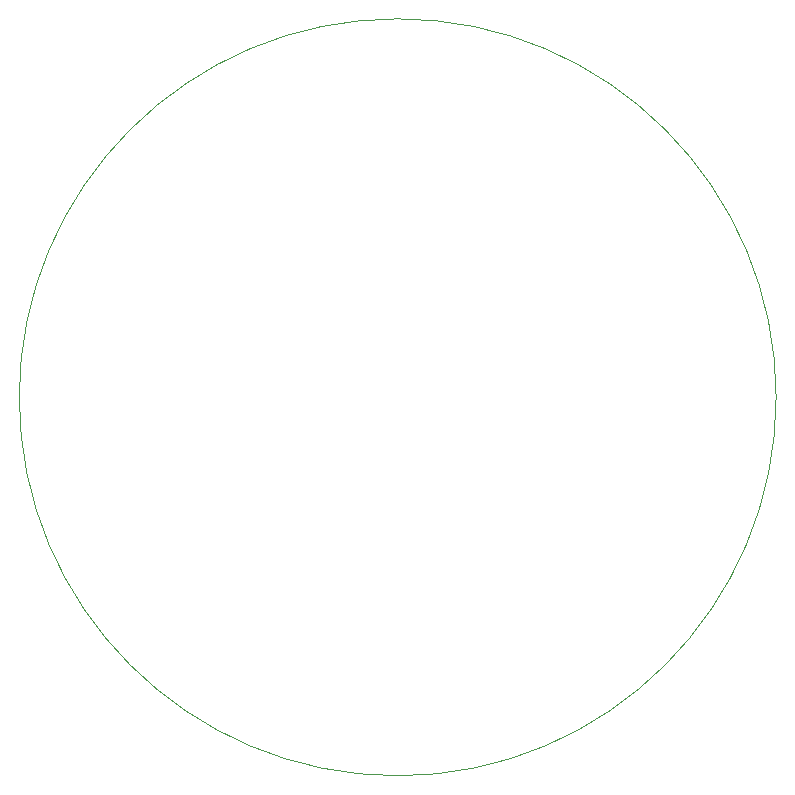
<source format=gbr>
%TF.GenerationSoftware,KiCad,Pcbnew,8.0.4*%
%TF.CreationDate,2024-08-09T17:24:03-06:00*%
%TF.ProjectId,computadorayCargaUtil,636f6d70-7574-4616-946f-726179436172,rev?*%
%TF.SameCoordinates,Original*%
%TF.FileFunction,Profile,NP*%
%FSLAX46Y46*%
G04 Gerber Fmt 4.6, Leading zero omitted, Abs format (unit mm)*
G04 Created by KiCad (PCBNEW 8.0.4) date 2024-08-09 17:24:03*
%MOMM*%
%LPD*%
G01*
G04 APERTURE LIST*
%TA.AperFunction,Profile*%
%ADD10C,0.050000*%
%TD*%
G04 APERTURE END LIST*
D10*
X189518174Y-94156826D02*
G75*
G02*
X125431826Y-94156826I-32043174J0D01*
G01*
X125431826Y-94156826D02*
G75*
G02*
X189518174Y-94156826I32043174J0D01*
G01*
M02*

</source>
